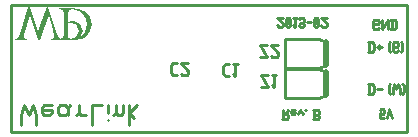
<source format=gbo>
G04 start of page 9 for group -4078 idx -4078 *
G04 Title: wearlink, bottomsilk *
G04 Creator: pcb 1.99z *
G04 CreationDate: Sun Feb 24 14:25:00 2013 UTC *
G04 For: dijkstra *
G04 Format: Gerber/RS-274X *
G04 PCB-Dimensions (mil): 1326.38 433.46 *
G04 PCB-Coordinate-Origin: lower left *
%MOIN*%
%FSLAX25Y25*%
%LNBOTTOMSILK*%
%ADD120C,0.0200*%
%ADD119C,0.0100*%
%ADD118C,0.0001*%
G54D118*G36*
X17137Y31663D02*Y31196D01*
X13474D01*
Y31663D01*
X14608Y32004D01*
X14603Y32991D01*
X13827Y35937D01*
X12720Y39670D01*
X12688D01*
X9774Y31343D01*
X9292D01*
X6595Y39654D01*
X6557D01*
X4528Y32791D01*
X4474Y31961D01*
X5526Y31663D01*
Y31196D01*
X1479D01*
Y31663D01*
X2542Y32004D01*
X3161Y33289D01*
X5895Y42204D01*
X6411D01*
X9123Y33891D01*
X9156D01*
X10588Y37944D01*
X12075Y42204D01*
X12590D01*
X14337Y36415D01*
X15341Y33328D01*
X15992Y32031D01*
X17137Y31663D01*
G37*
G36*
X20413Y31196D02*X16301D01*
Y31663D01*
X17446Y31944D01*
X17668Y33274D01*
Y39941D01*
X17430Y41228D01*
X16198Y41552D01*
Y42020D01*
X20712D01*
Y41552D01*
X19323Y41248D01*
X19063Y39957D01*
Y32709D01*
X19247Y31928D01*
X20180Y31728D01*
X21949Y32335D01*
X22697Y34293D01*
X21895Y36431D01*
X20283Y36989D01*
X19063Y36789D01*
Y37343D01*
X20300Y37657D01*
X21048Y37641D01*
X23283Y36670D01*
X24298Y34222D01*
X23229Y31874D01*
X20413Y31196D01*
G37*
G36*
X20913D02*X16252D01*
Y31663D01*
X17440Y31956D01*
X17668Y33257D01*
Y39957D01*
X17419Y41254D01*
X16100Y41569D01*
Y42020D01*
X20034D01*
X22795Y41689D01*
X24976Y40635D01*
X26474Y38796D01*
X27027Y36193D01*
X26631Y34109D01*
X25611Y32611D01*
X23669Y31526D01*
X20913Y31196D01*
X20598Y31743D01*
X23430Y32428D01*
X24911Y34072D01*
X25394Y36426D01*
X25117Y38330D01*
X24282Y39920D01*
X22860Y41015D01*
X20847Y41422D01*
X19507Y41102D01*
X19084Y39839D01*
Y32909D01*
X19296Y31961D01*
X20598Y31743D01*
X20913Y31196D01*
G37*
G54D119*X295Y512D02*Y43071D01*
X118386D02*X132146D01*
X295Y512D02*X132146D01*
Y43071D01*
X295D02*X118406D01*
X88931Y36090D02*X89311Y35710D01*
X90451D01*
X90831Y36090D01*
Y36850D01*
X88931Y38750D02*X90831Y36850D01*
X88931Y38750D02*X90831D01*
X91743Y38370D02*X92123Y38750D01*
X91743Y36090D02*Y38370D01*
Y36090D02*X92123Y35710D01*
X92883D01*
X93263Y36090D01*
Y38370D01*
X92883Y38750D02*X93263Y38370D01*
X92123Y38750D02*X92883D01*
X91743Y37990D02*X93263Y36470D01*
X94176Y36318D02*X94784Y35710D01*
Y38750D01*
X94176D02*X95316D01*
X96228Y36090D02*X96608Y35710D01*
X97368D01*
X97748Y36090D01*
X97368Y38750D02*X97748Y38370D01*
X96608Y38750D02*X97368D01*
X96228Y38370D02*X96608Y38750D01*
Y37078D02*X97368D01*
X97748Y36090D02*Y36698D01*
Y37458D02*Y38370D01*
Y37458D02*X97368Y37078D01*
X97748Y36698D02*X97368Y37078D01*
X98660Y37230D02*X100180D01*
X101092Y38370D02*X101472Y38750D01*
X101092Y36090D02*Y38370D01*
Y36090D02*X101472Y35710D01*
X102232D01*
X102612Y36090D01*
Y38370D01*
X102232Y38750D02*X102612Y38370D01*
X101472Y38750D02*X102232D01*
X101092Y37990D02*X102612Y36470D01*
X103524Y36090D02*X103904Y35710D01*
X105044D01*
X105424Y36090D01*
Y36850D01*
X103524Y38750D02*X105424Y36850D01*
X103524Y38750D02*X105424D01*
X90550Y4966D02*X92070D01*
X92450Y5346D01*
Y6106D01*
X92070Y6486D02*X92450Y6106D01*
X90930Y6486D02*X92070D01*
X90930Y4966D02*Y8006D01*
X91538Y6486D02*X92450Y8006D01*
X93742D02*X94882D01*
X93362Y7626D02*X93742Y8006D01*
X93362Y6866D02*Y7626D01*
Y6866D02*X93742Y6486D01*
X94502D01*
X94882Y6866D01*
X93362Y7246D02*X94882D01*
Y6866D02*Y7246D01*
X95794Y6486D02*X96554Y8006D01*
X97314Y6486D02*X96554Y8006D01*
X98226D02*X98606D01*
X100886D02*X102406D01*
X102786Y7626D01*
Y6714D02*Y7626D01*
X102406Y6334D02*X102786Y6714D01*
X101266Y6334D02*X102406D01*
X101266Y4966D02*Y8006D01*
X100886Y4966D02*X102406D01*
X102786Y5346D01*
Y5954D01*
X102406Y6334D02*X102786Y5954D01*
X122379Y34957D02*X122769Y35347D01*
X121209Y34957D02*X122379D01*
X120819Y35347D02*X121209Y34957D01*
X120819Y35347D02*Y37687D01*
X121209Y38077D01*
X122379D01*
X122769Y37687D01*
Y36907D02*Y37687D01*
X122379Y36517D02*X122769Y36907D01*
X121599Y36517D02*X122379D01*
X123705Y34957D02*Y38077D01*
Y34957D02*X125655Y38077D01*
Y34957D02*Y38077D01*
X126981Y34957D02*Y38077D01*
X127995Y34957D02*X128541Y35503D01*
Y37531D01*
X127995Y38077D02*X128541Y37531D01*
X126591Y38077D02*X127995D01*
X126591Y34957D02*X127995D01*
X122976Y5292D02*X124536D01*
X122976D02*Y6852D01*
X123366Y6462D01*
X124146D01*
X124536Y6852D01*
Y8022D01*
X124146Y8412D02*X124536Y8022D01*
X123366Y8412D02*X124146D01*
X122976Y8022D02*X123366Y8412D01*
X125472Y5292D02*X126252Y8412D01*
X127032Y5292D01*
X119591Y13382D02*Y16502D01*
X120605Y13382D02*X121151Y13928D01*
Y15956D01*
X120605Y16502D02*X121151Y15956D01*
X119201Y16502D02*X120605D01*
X119201Y13382D02*X120605D01*
X122087Y14942D02*X123647D01*
X125987Y16112D02*X126377Y16502D01*
X125987Y13772D02*X126377Y13382D01*
X125987Y13772D02*Y16112D01*
X127313Y13382D02*Y14942D01*
X127703Y16502D01*
X128483Y14942D01*
X129263Y16502D01*
X129653Y14942D01*
Y13382D02*Y14942D01*
X130589Y13382D02*X130979Y13772D01*
Y16112D01*
X130589Y16502D02*X130979Y16112D01*
X119591Y27406D02*Y30526D01*
X120605Y27406D02*X121151Y27952D01*
Y29980D01*
X120605Y30526D02*X121151Y29980D01*
X119201Y30526D02*X120605D01*
X119201Y27406D02*X120605D01*
X122087Y28966D02*X123647D01*
X122867Y28186D02*Y29746D01*
X125987Y30136D02*X126377Y30526D01*
X125987Y27796D02*X126377Y27406D01*
X125987Y27796D02*Y30136D01*
X128873Y27406D02*X129263Y27796D01*
X127703Y27406D02*X128873D01*
X127313Y27796D02*X127703Y27406D01*
X127313Y27796D02*Y30136D01*
X127703Y30526D01*
X128873D01*
X129263Y30136D01*
Y29356D02*Y30136D01*
X128873Y28966D02*X129263Y29356D01*
X128093Y28966D02*X128873D01*
X130199Y27406D02*X130589Y27796D01*
Y30136D01*
X130199Y30526D02*X130589Y30136D01*
X3485Y2912D02*Y6232D01*
X4315Y9552D01*
X5975Y6232D01*
X7635Y9552D01*
X8465Y6232D01*
Y2912D02*Y6232D01*
X11287Y9552D02*X13777D01*
X10457Y8722D02*X11287Y9552D01*
X10457Y7062D02*Y8722D01*
Y7062D02*X11287Y6232D01*
X12947D01*
X13777Y7062D01*
X10457Y7892D02*X13777D01*
Y7062D02*Y7892D01*
X18259Y6232D02*X19089Y7062D01*
X16599Y6232D02*X18259D01*
X15769Y7062D02*X16599Y6232D01*
X15769Y7062D02*Y8722D01*
X16599Y9552D01*
X19089Y6232D02*Y8722D01*
X19919Y9552D01*
X16599D02*X18259D01*
X19089Y8722D01*
X22741Y7062D02*Y9552D01*
Y7062D02*X23571Y6232D01*
X25231D01*
X21911D02*X22741Y7062D01*
X27223Y2912D02*Y9552D01*
X30543D01*
X32535Y4572D02*Y4738D01*
Y7062D02*Y9552D01*
X35025Y7062D02*Y9552D01*
Y7062D02*X35855Y6232D01*
X36685D01*
X37515Y7062D01*
Y9552D01*
X34195Y6232D02*X35025Y7062D01*
X39507Y2912D02*Y9552D01*
Y7062D02*X41997Y9552D01*
X39507Y7062D02*X41167Y5402D01*
G54D120*X105233Y20650D02*Y13050D01*
G54D119*X102933Y11950D01*
X91633D02*X102933D01*
X91633Y21750D02*Y11950D01*
Y21750D02*X102933D01*
X105233Y20650D01*
G54D120*Y30650D02*Y23050D01*
G54D119*X102933Y21950D01*
X91633D02*X102933D01*
X91633Y31750D02*Y21950D01*
Y31750D02*X102933D01*
X105233Y30650D01*
X83085Y25480D02*X85585D01*
X83085Y29480D02*X85585Y25480D01*
X83085Y29480D02*X85585D01*
X86785Y25980D02*X87285Y25480D01*
X88785D01*
X89285Y25980D01*
Y26980D01*
X86785Y29480D02*X89285Y26980D01*
X86785Y29480D02*X89285D01*
X83380Y15543D02*X85880D01*
X83380Y19543D02*X85880Y15543D01*
X83380Y19543D02*X85880D01*
X87080Y16343D02*X87880Y15543D01*
Y19543D01*
X87080D02*X88580D01*
X71641Y23272D02*X72941D01*
X70941Y22572D02*X71641Y23272D01*
X70941Y19972D02*Y22572D01*
Y19972D02*X71641Y19272D01*
X72941D01*
X74141Y20072D02*X74941Y19272D01*
Y23272D01*
X74141D02*X75641D01*
X54153Y23547D02*X55453D01*
X53453Y22847D02*X54153Y23547D01*
X53453Y20247D02*Y22847D01*
Y20247D02*X54153Y19547D01*
X55453D01*
X56653Y20047D02*X57153Y19547D01*
X58653D01*
X59153Y20047D01*
Y21047D01*
X56653Y23547D02*X59153Y21047D01*
X56653Y23547D02*X59153D01*
M02*

</source>
